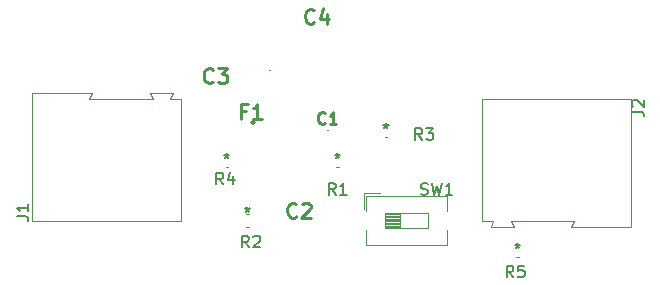
<source format=gbr>
%TF.GenerationSoftware,KiCad,Pcbnew,(6.99.0-5210-g1b15854da5)*%
%TF.CreationDate,2023-02-20T10:03:57+05:30*%
%TF.ProjectId,Prot_Circ,50726f74-5f43-4697-9263-2e6b69636164,rev?*%
%TF.SameCoordinates,Original*%
%TF.FileFunction,Legend,Top*%
%TF.FilePolarity,Positive*%
%FSLAX46Y46*%
G04 Gerber Fmt 4.6, Leading zero omitted, Abs format (unit mm)*
G04 Created by KiCad (PCBNEW (6.99.0-5210-g1b15854da5)) date 2023-02-20 10:03:57*
%MOMM*%
%LPD*%
G01*
G04 APERTURE LIST*
%ADD10C,0.254000*%
%ADD11C,0.150000*%
%ADD12C,0.250000*%
%ADD13C,0.200000*%
%ADD14C,0.120000*%
G04 APERTURE END LIST*
D10*
%TO.C,C4*%
X139488333Y-74666021D02*
X139427857Y-74726497D01*
X139427857Y-74726497D02*
X139246428Y-74786973D01*
X139246428Y-74786973D02*
X139125476Y-74786973D01*
X139125476Y-74786973D02*
X138944047Y-74726497D01*
X138944047Y-74726497D02*
X138823095Y-74605545D01*
X138823095Y-74605545D02*
X138762618Y-74484592D01*
X138762618Y-74484592D02*
X138702142Y-74242688D01*
X138702142Y-74242688D02*
X138702142Y-74061259D01*
X138702142Y-74061259D02*
X138762618Y-73819354D01*
X138762618Y-73819354D02*
X138823095Y-73698402D01*
X138823095Y-73698402D02*
X138944047Y-73577450D01*
X138944047Y-73577450D02*
X139125476Y-73516973D01*
X139125476Y-73516973D02*
X139246428Y-73516973D01*
X139246428Y-73516973D02*
X139427857Y-73577450D01*
X139427857Y-73577450D02*
X139488333Y-73637926D01*
X140576904Y-73940307D02*
X140576904Y-74786973D01*
X140274523Y-73456497D02*
X139972142Y-74363640D01*
X139972142Y-74363640D02*
X140758333Y-74363640D01*
%TO.C,C2*%
X137989733Y-91099821D02*
X137929257Y-91160297D01*
X137929257Y-91160297D02*
X137747828Y-91220773D01*
X137747828Y-91220773D02*
X137626876Y-91220773D01*
X137626876Y-91220773D02*
X137445447Y-91160297D01*
X137445447Y-91160297D02*
X137324495Y-91039345D01*
X137324495Y-91039345D02*
X137264018Y-90918392D01*
X137264018Y-90918392D02*
X137203542Y-90676488D01*
X137203542Y-90676488D02*
X137203542Y-90495059D01*
X137203542Y-90495059D02*
X137264018Y-90253154D01*
X137264018Y-90253154D02*
X137324495Y-90132202D01*
X137324495Y-90132202D02*
X137445447Y-90011250D01*
X137445447Y-90011250D02*
X137626876Y-89950773D01*
X137626876Y-89950773D02*
X137747828Y-89950773D01*
X137747828Y-89950773D02*
X137929257Y-90011250D01*
X137929257Y-90011250D02*
X137989733Y-90071726D01*
X138473542Y-90071726D02*
X138534018Y-90011250D01*
X138534018Y-90011250D02*
X138654971Y-89950773D01*
X138654971Y-89950773D02*
X138957352Y-89950773D01*
X138957352Y-89950773D02*
X139078304Y-90011250D01*
X139078304Y-90011250D02*
X139138780Y-90071726D01*
X139138780Y-90071726D02*
X139199257Y-90192678D01*
X139199257Y-90192678D02*
X139199257Y-90313630D01*
X139199257Y-90313630D02*
X139138780Y-90495059D01*
X139138780Y-90495059D02*
X138413066Y-91220773D01*
X138413066Y-91220773D02*
X139199257Y-91220773D01*
D11*
%TO.C,R1*%
X141298633Y-89267380D02*
X140965300Y-88791190D01*
X140727205Y-89267380D02*
X140727205Y-88267380D01*
X140727205Y-88267380D02*
X141108157Y-88267380D01*
X141108157Y-88267380D02*
X141203395Y-88315000D01*
X141203395Y-88315000D02*
X141251014Y-88362619D01*
X141251014Y-88362619D02*
X141298633Y-88457857D01*
X141298633Y-88457857D02*
X141298633Y-88600714D01*
X141298633Y-88600714D02*
X141251014Y-88695952D01*
X141251014Y-88695952D02*
X141203395Y-88743571D01*
X141203395Y-88743571D02*
X141108157Y-88791190D01*
X141108157Y-88791190D02*
X140727205Y-88791190D01*
X142251014Y-89267380D02*
X141679586Y-89267380D01*
X141965300Y-89267380D02*
X141965300Y-88267380D01*
X141965300Y-88267380D02*
X141870062Y-88410238D01*
X141870062Y-88410238D02*
X141774824Y-88505476D01*
X141774824Y-88505476D02*
X141679586Y-88553095D01*
X141465300Y-85727380D02*
X141465300Y-85965476D01*
X141227205Y-85870238D02*
X141465300Y-85965476D01*
X141465300Y-85965476D02*
X141703395Y-85870238D01*
X141322443Y-86155952D02*
X141465300Y-85965476D01*
X141465300Y-85965476D02*
X141608157Y-86155952D01*
%TO.C,R4*%
X131786333Y-88378380D02*
X131453000Y-87902190D01*
X131214905Y-88378380D02*
X131214905Y-87378380D01*
X131214905Y-87378380D02*
X131595857Y-87378380D01*
X131595857Y-87378380D02*
X131691095Y-87426000D01*
X131691095Y-87426000D02*
X131738714Y-87473619D01*
X131738714Y-87473619D02*
X131786333Y-87568857D01*
X131786333Y-87568857D02*
X131786333Y-87711714D01*
X131786333Y-87711714D02*
X131738714Y-87806952D01*
X131738714Y-87806952D02*
X131691095Y-87854571D01*
X131691095Y-87854571D02*
X131595857Y-87902190D01*
X131595857Y-87902190D02*
X131214905Y-87902190D01*
X132643476Y-87711714D02*
X132643476Y-88378380D01*
X132405381Y-87330761D02*
X132167286Y-88045047D01*
X132167286Y-88045047D02*
X132786333Y-88045047D01*
X132080000Y-85727380D02*
X132080000Y-85965476D01*
X131841905Y-85870238D02*
X132080000Y-85965476D01*
X132080000Y-85965476D02*
X132318095Y-85870238D01*
X131937143Y-86155952D02*
X132080000Y-85965476D01*
X132080000Y-85965476D02*
X132222857Y-86155952D01*
%TO.C,R3*%
X148626533Y-84619180D02*
X148293200Y-84142990D01*
X148055105Y-84619180D02*
X148055105Y-83619180D01*
X148055105Y-83619180D02*
X148436057Y-83619180D01*
X148436057Y-83619180D02*
X148531295Y-83666800D01*
X148531295Y-83666800D02*
X148578914Y-83714419D01*
X148578914Y-83714419D02*
X148626533Y-83809657D01*
X148626533Y-83809657D02*
X148626533Y-83952514D01*
X148626533Y-83952514D02*
X148578914Y-84047752D01*
X148578914Y-84047752D02*
X148531295Y-84095371D01*
X148531295Y-84095371D02*
X148436057Y-84142990D01*
X148436057Y-84142990D02*
X148055105Y-84142990D01*
X148959867Y-83619180D02*
X149578914Y-83619180D01*
X149578914Y-83619180D02*
X149245581Y-84000133D01*
X149245581Y-84000133D02*
X149388438Y-84000133D01*
X149388438Y-84000133D02*
X149483676Y-84047752D01*
X149483676Y-84047752D02*
X149531295Y-84095371D01*
X149531295Y-84095371D02*
X149578914Y-84190609D01*
X149578914Y-84190609D02*
X149578914Y-84428704D01*
X149578914Y-84428704D02*
X149531295Y-84523942D01*
X149531295Y-84523942D02*
X149483676Y-84571561D01*
X149483676Y-84571561D02*
X149388438Y-84619180D01*
X149388438Y-84619180D02*
X149102724Y-84619180D01*
X149102724Y-84619180D02*
X149007486Y-84571561D01*
X149007486Y-84571561D02*
X148959867Y-84523942D01*
X145554700Y-83187380D02*
X145554700Y-83425476D01*
X145316605Y-83330238D02*
X145554700Y-83425476D01*
X145554700Y-83425476D02*
X145792795Y-83330238D01*
X145411843Y-83615952D02*
X145554700Y-83425476D01*
X145554700Y-83425476D02*
X145697557Y-83615952D01*
%TO.C,SW1*%
X148526667Y-89219761D02*
X148669524Y-89267380D01*
X148669524Y-89267380D02*
X148907619Y-89267380D01*
X148907619Y-89267380D02*
X149002857Y-89219761D01*
X149002857Y-89219761D02*
X149050476Y-89172142D01*
X149050476Y-89172142D02*
X149098095Y-89076904D01*
X149098095Y-89076904D02*
X149098095Y-88981666D01*
X149098095Y-88981666D02*
X149050476Y-88886428D01*
X149050476Y-88886428D02*
X149002857Y-88838809D01*
X149002857Y-88838809D02*
X148907619Y-88791190D01*
X148907619Y-88791190D02*
X148717143Y-88743571D01*
X148717143Y-88743571D02*
X148621905Y-88695952D01*
X148621905Y-88695952D02*
X148574286Y-88648333D01*
X148574286Y-88648333D02*
X148526667Y-88553095D01*
X148526667Y-88553095D02*
X148526667Y-88457857D01*
X148526667Y-88457857D02*
X148574286Y-88362619D01*
X148574286Y-88362619D02*
X148621905Y-88315000D01*
X148621905Y-88315000D02*
X148717143Y-88267380D01*
X148717143Y-88267380D02*
X148955238Y-88267380D01*
X148955238Y-88267380D02*
X149098095Y-88315000D01*
X149431429Y-88267380D02*
X149669524Y-89267380D01*
X149669524Y-89267380D02*
X149860000Y-88553095D01*
X149860000Y-88553095D02*
X150050476Y-89267380D01*
X150050476Y-89267380D02*
X150288572Y-88267380D01*
X151193333Y-89267380D02*
X150621905Y-89267380D01*
X150907619Y-89267380D02*
X150907619Y-88267380D01*
X150907619Y-88267380D02*
X150812381Y-88410238D01*
X150812381Y-88410238D02*
X150717143Y-88505476D01*
X150717143Y-88505476D02*
X150621905Y-88553095D01*
D12*
%TO.C,C1*%
X140422333Y-83177742D02*
X140374714Y-83225361D01*
X140374714Y-83225361D02*
X140231857Y-83272980D01*
X140231857Y-83272980D02*
X140136619Y-83272980D01*
X140136619Y-83272980D02*
X139993762Y-83225361D01*
X139993762Y-83225361D02*
X139898524Y-83130123D01*
X139898524Y-83130123D02*
X139850905Y-83034885D01*
X139850905Y-83034885D02*
X139803286Y-82844409D01*
X139803286Y-82844409D02*
X139803286Y-82701552D01*
X139803286Y-82701552D02*
X139850905Y-82511076D01*
X139850905Y-82511076D02*
X139898524Y-82415838D01*
X139898524Y-82415838D02*
X139993762Y-82320600D01*
X139993762Y-82320600D02*
X140136619Y-82272980D01*
X140136619Y-82272980D02*
X140231857Y-82272980D01*
X140231857Y-82272980D02*
X140374714Y-82320600D01*
X140374714Y-82320600D02*
X140422333Y-82368219D01*
X141374714Y-83272980D02*
X140803286Y-83272980D01*
X141089000Y-83272980D02*
X141089000Y-82272980D01*
X141089000Y-82272980D02*
X140993762Y-82415838D01*
X140993762Y-82415838D02*
X140898524Y-82511076D01*
X140898524Y-82511076D02*
X140803286Y-82558695D01*
D11*
%TO.C,J1*%
X114297380Y-91073333D02*
X115011666Y-91073333D01*
X115011666Y-91073333D02*
X115154523Y-91120952D01*
X115154523Y-91120952D02*
X115249761Y-91216190D01*
X115249761Y-91216190D02*
X115297380Y-91359047D01*
X115297380Y-91359047D02*
X115297380Y-91454285D01*
X115297380Y-90073333D02*
X115297380Y-90644761D01*
X115297380Y-90359047D02*
X114297380Y-90359047D01*
X114297380Y-90359047D02*
X114440238Y-90454285D01*
X114440238Y-90454285D02*
X114535476Y-90549523D01*
X114535476Y-90549523D02*
X114583095Y-90644761D01*
%TO.C,J2*%
X166377380Y-82233333D02*
X167091666Y-82233333D01*
X167091666Y-82233333D02*
X167234523Y-82280952D01*
X167234523Y-82280952D02*
X167329761Y-82376190D01*
X167329761Y-82376190D02*
X167377380Y-82519047D01*
X167377380Y-82519047D02*
X167377380Y-82614285D01*
X166472619Y-81804761D02*
X166425000Y-81757142D01*
X166425000Y-81757142D02*
X166377380Y-81661904D01*
X166377380Y-81661904D02*
X166377380Y-81423809D01*
X166377380Y-81423809D02*
X166425000Y-81328571D01*
X166425000Y-81328571D02*
X166472619Y-81280952D01*
X166472619Y-81280952D02*
X166567857Y-81233333D01*
X166567857Y-81233333D02*
X166663095Y-81233333D01*
X166663095Y-81233333D02*
X166805952Y-81280952D01*
X166805952Y-81280952D02*
X167377380Y-81852380D01*
X167377380Y-81852380D02*
X167377380Y-81233333D01*
%TO.C,R2*%
X133970733Y-93712380D02*
X133637400Y-93236190D01*
X133399305Y-93712380D02*
X133399305Y-92712380D01*
X133399305Y-92712380D02*
X133780257Y-92712380D01*
X133780257Y-92712380D02*
X133875495Y-92760000D01*
X133875495Y-92760000D02*
X133923114Y-92807619D01*
X133923114Y-92807619D02*
X133970733Y-92902857D01*
X133970733Y-92902857D02*
X133970733Y-93045714D01*
X133970733Y-93045714D02*
X133923114Y-93140952D01*
X133923114Y-93140952D02*
X133875495Y-93188571D01*
X133875495Y-93188571D02*
X133780257Y-93236190D01*
X133780257Y-93236190D02*
X133399305Y-93236190D01*
X134351686Y-92807619D02*
X134399305Y-92760000D01*
X134399305Y-92760000D02*
X134494543Y-92712380D01*
X134494543Y-92712380D02*
X134732638Y-92712380D01*
X134732638Y-92712380D02*
X134827876Y-92760000D01*
X134827876Y-92760000D02*
X134875495Y-92807619D01*
X134875495Y-92807619D02*
X134923114Y-92902857D01*
X134923114Y-92902857D02*
X134923114Y-92998095D01*
X134923114Y-92998095D02*
X134875495Y-93140952D01*
X134875495Y-93140952D02*
X134304067Y-93712380D01*
X134304067Y-93712380D02*
X134923114Y-93712380D01*
X133845300Y-90273980D02*
X133845300Y-90512076D01*
X133607205Y-90416838D02*
X133845300Y-90512076D01*
X133845300Y-90512076D02*
X134083395Y-90416838D01*
X133702443Y-90702552D02*
X133845300Y-90512076D01*
X133845300Y-90512076D02*
X133988157Y-90702552D01*
D10*
%TO.C,C3*%
X130928533Y-79695221D02*
X130868057Y-79755697D01*
X130868057Y-79755697D02*
X130686628Y-79816173D01*
X130686628Y-79816173D02*
X130565676Y-79816173D01*
X130565676Y-79816173D02*
X130384247Y-79755697D01*
X130384247Y-79755697D02*
X130263295Y-79634745D01*
X130263295Y-79634745D02*
X130202818Y-79513792D01*
X130202818Y-79513792D02*
X130142342Y-79271888D01*
X130142342Y-79271888D02*
X130142342Y-79090459D01*
X130142342Y-79090459D02*
X130202818Y-78848554D01*
X130202818Y-78848554D02*
X130263295Y-78727602D01*
X130263295Y-78727602D02*
X130384247Y-78606650D01*
X130384247Y-78606650D02*
X130565676Y-78546173D01*
X130565676Y-78546173D02*
X130686628Y-78546173D01*
X130686628Y-78546173D02*
X130868057Y-78606650D01*
X130868057Y-78606650D02*
X130928533Y-78667126D01*
X131351866Y-78546173D02*
X132138057Y-78546173D01*
X132138057Y-78546173D02*
X131714723Y-79029983D01*
X131714723Y-79029983D02*
X131896152Y-79029983D01*
X131896152Y-79029983D02*
X132017104Y-79090459D01*
X132017104Y-79090459D02*
X132077580Y-79150935D01*
X132077580Y-79150935D02*
X132138057Y-79271888D01*
X132138057Y-79271888D02*
X132138057Y-79574269D01*
X132138057Y-79574269D02*
X132077580Y-79695221D01*
X132077580Y-79695221D02*
X132017104Y-79755697D01*
X132017104Y-79755697D02*
X131896152Y-79816173D01*
X131896152Y-79816173D02*
X131533295Y-79816173D01*
X131533295Y-79816173D02*
X131412342Y-79755697D01*
X131412342Y-79755697D02*
X131351866Y-79695221D01*
D11*
%TO.C,R5*%
X156348133Y-96252380D02*
X156014800Y-95776190D01*
X155776705Y-96252380D02*
X155776705Y-95252380D01*
X155776705Y-95252380D02*
X156157657Y-95252380D01*
X156157657Y-95252380D02*
X156252895Y-95300000D01*
X156252895Y-95300000D02*
X156300514Y-95347619D01*
X156300514Y-95347619D02*
X156348133Y-95442857D01*
X156348133Y-95442857D02*
X156348133Y-95585714D01*
X156348133Y-95585714D02*
X156300514Y-95680952D01*
X156300514Y-95680952D02*
X156252895Y-95728571D01*
X156252895Y-95728571D02*
X156157657Y-95776190D01*
X156157657Y-95776190D02*
X155776705Y-95776190D01*
X157252895Y-95252380D02*
X156776705Y-95252380D01*
X156776705Y-95252380D02*
X156729086Y-95728571D01*
X156729086Y-95728571D02*
X156776705Y-95680952D01*
X156776705Y-95680952D02*
X156871943Y-95633333D01*
X156871943Y-95633333D02*
X157110038Y-95633333D01*
X157110038Y-95633333D02*
X157205276Y-95680952D01*
X157205276Y-95680952D02*
X157252895Y-95728571D01*
X157252895Y-95728571D02*
X157300514Y-95823809D01*
X157300514Y-95823809D02*
X157300514Y-96061904D01*
X157300514Y-96061904D02*
X157252895Y-96157142D01*
X157252895Y-96157142D02*
X157205276Y-96204761D01*
X157205276Y-96204761D02*
X157110038Y-96252380D01*
X157110038Y-96252380D02*
X156871943Y-96252380D01*
X156871943Y-96252380D02*
X156776705Y-96204761D01*
X156776705Y-96204761D02*
X156729086Y-96157142D01*
X156705300Y-93347380D02*
X156705300Y-93585476D01*
X156467205Y-93490238D02*
X156705300Y-93585476D01*
X156705300Y-93585476D02*
X156943395Y-93490238D01*
X156562443Y-93775952D02*
X156705300Y-93585476D01*
X156705300Y-93585476D02*
X156848157Y-93775952D01*
D10*
%TO.C,F1*%
X133714067Y-82198935D02*
X133290733Y-82198935D01*
X133290733Y-82864173D02*
X133290733Y-81594173D01*
X133290733Y-81594173D02*
X133895495Y-81594173D01*
X135044543Y-82864173D02*
X134318828Y-82864173D01*
X134681685Y-82864173D02*
X134681685Y-81594173D01*
X134681685Y-81594173D02*
X134560733Y-81775602D01*
X134560733Y-81775602D02*
X134439781Y-81896554D01*
X134439781Y-81896554D02*
X134318828Y-81957030D01*
D13*
%TO.C,C4*%
X135750000Y-78740000D02*
G75*
G03*
X135750000Y-78740000I-50000J0D01*
G01*
D14*
%TO.C,R1*%
X141379150Y-86893400D02*
X141551450Y-86893400D01*
X141551450Y-85826600D02*
X141379150Y-85826600D01*
%TO.C,R4*%
X131993850Y-86893400D02*
X132166150Y-86893400D01*
X132166150Y-85826600D02*
X131993850Y-85826600D01*
%TO.C,R3*%
X145468550Y-84353400D02*
X145640850Y-84353400D01*
X145640850Y-83286600D02*
X145468550Y-83286600D01*
%TO.C,SW1*%
X143670000Y-89090000D02*
X143670000Y-90473000D01*
X143670000Y-89090000D02*
X145053000Y-89090000D01*
X143910000Y-89330000D02*
X143910000Y-90640000D01*
X143910000Y-89330000D02*
X150730000Y-89330000D01*
X143910000Y-92240000D02*
X143910000Y-93550000D01*
X143910000Y-93550000D02*
X150730000Y-93550000D01*
X145510000Y-90805000D02*
X145510000Y-92075000D01*
X145510000Y-90925000D02*
X146716667Y-90925000D01*
X145510000Y-91045000D02*
X146716667Y-91045000D01*
X145510000Y-91165000D02*
X146716667Y-91165000D01*
X145510000Y-91285000D02*
X146716667Y-91285000D01*
X145510000Y-91405000D02*
X146716667Y-91405000D01*
X145510000Y-91525000D02*
X146716667Y-91525000D01*
X145510000Y-91645000D02*
X146716667Y-91645000D01*
X145510000Y-91765000D02*
X146716667Y-91765000D01*
X145510000Y-91885000D02*
X146716667Y-91885000D01*
X145510000Y-92005000D02*
X146716667Y-92005000D01*
X145510000Y-92075000D02*
X149130000Y-92075000D01*
X146716667Y-90805000D02*
X146716667Y-92075000D01*
X149130000Y-90805000D02*
X145510000Y-90805000D01*
X149130000Y-92075000D02*
X149130000Y-90805000D01*
X150730000Y-89330000D02*
X150730000Y-90640000D01*
X150730000Y-92240000D02*
X150730000Y-93550000D01*
D13*
%TO.C,C1*%
X140640000Y-83820000D02*
G75*
G03*
X140640000Y-83820000I-50000J0D01*
G01*
D14*
%TO.C,J1*%
X115620000Y-91470000D02*
X128220000Y-91470000D01*
X128220000Y-91470000D02*
X128220000Y-81120000D01*
X120420000Y-81120000D02*
X120720000Y-80620000D01*
X125820000Y-81120000D02*
X120420000Y-81120000D01*
X127270000Y-81120000D02*
X127520000Y-80620000D01*
X128220000Y-81120000D02*
X127270000Y-81120000D01*
X115620000Y-80620000D02*
X115620000Y-91470000D01*
X120720000Y-80620000D02*
X115620000Y-80620000D01*
X125570000Y-80620000D02*
X125820000Y-81120000D01*
X125620000Y-80620000D02*
X125570000Y-80620000D01*
X127520000Y-80620000D02*
X125620000Y-80620000D01*
%TO.C,J2*%
X166320000Y-81170000D02*
X153720000Y-81170000D01*
X153720000Y-81170000D02*
X153720000Y-91520000D01*
X161520000Y-91520000D02*
X161220000Y-92020000D01*
X156120000Y-91520000D02*
X161520000Y-91520000D01*
X154670000Y-91520000D02*
X154420000Y-92020000D01*
X153720000Y-91520000D02*
X154670000Y-91520000D01*
X166320000Y-92020000D02*
X166320000Y-81170000D01*
X161220000Y-92020000D02*
X166320000Y-92020000D01*
X156370000Y-92020000D02*
X156120000Y-91520000D01*
X156320000Y-92020000D02*
X156370000Y-92020000D01*
X154420000Y-92020000D02*
X156320000Y-92020000D01*
%TO.C,R2*%
X133759150Y-91973400D02*
X133931450Y-91973400D01*
X133931450Y-90906600D02*
X133759150Y-90906600D01*
%TO.C,R5*%
X156619150Y-94513400D02*
X156791450Y-94513400D01*
X156791450Y-93446600D02*
X156619150Y-93446600D01*
D12*
%TO.C,F1*%
X134445000Y-83145000D02*
G75*
G03*
X134445000Y-83145000I-125000J0D01*
G01*
%TD*%
M02*

</source>
